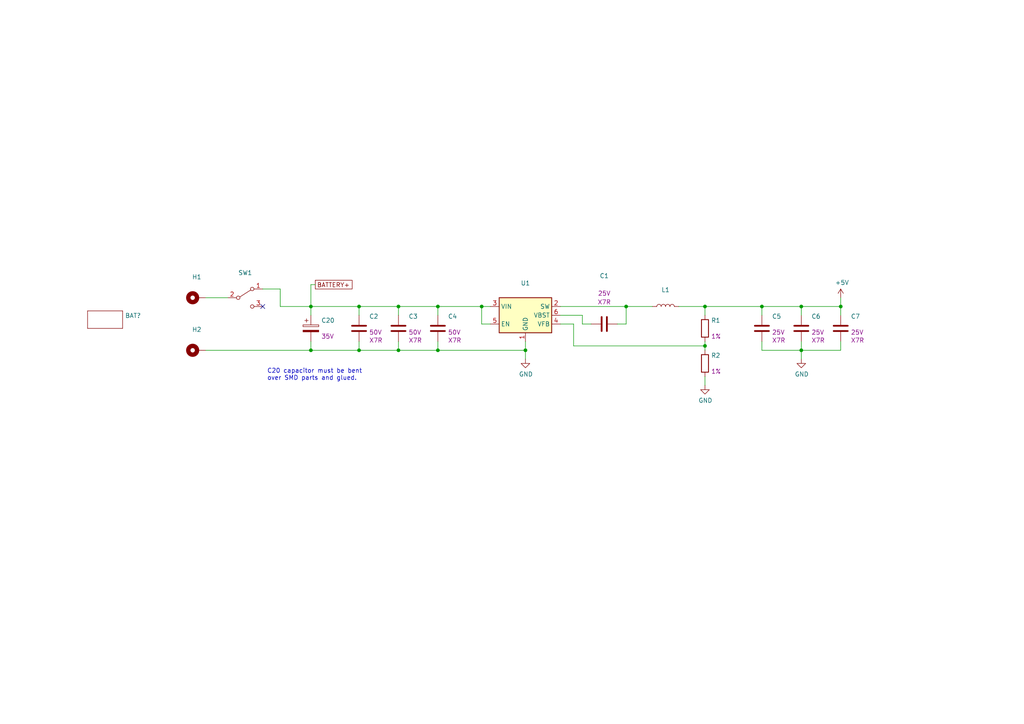
<source format=kicad_sch>
(kicad_sch (version 20211123) (generator eeschema)
  (paper "A4")
  (title_block (title "DC/DC power supply") (date "2021-02-05") (rev "1.1") (company "Cyclope robot by Adrien RICCIARDI"))
  (lib_symbols
    (symbol "Device:C" (pin_numbers hide) (pin_names (offset 0.254))
      (property "Reference" "C" (at 0.635 2.54 0))
      (property "Value" "C" (at 0.635 -2.54 0))
      (symbol "C_0_1"
        (polyline (pts (xy -2.032 -0.762) (xy 2.032 -0.762)) (stroke (width 0.508)))
        (polyline (pts (xy -2.032 0.762) (xy 2.032 0.762)) (stroke (width 0.508)))
      )
      (symbol "C_1_1"
        (pin passive line (at 0 3.81 270) (length 2.794) (name "~") (number "1"))
        (pin passive line (at 0 -3.81 90) (length 2.794) (name "~") (number "2"))
      )
    )
    (symbol "Device:C_Polarized" (pin_numbers hide) (pin_names (offset 0.254))
      (property "Reference" "C" (at 0.635 2.54 0))
      (property "Value" "C_Polarized" (at 0.635 -2.54 0))
      (symbol "C_Polarized_0_1"
        (rectangle (start -2.286 0.508) (end 2.286 1.016))
        (polyline (pts (xy -1.778 2.286) (xy -0.762 2.286)))
        (polyline (pts (xy -1.27 2.794) (xy -1.27 1.778)))
        (rectangle (start 2.286 -0.508) (end -2.286 -1.016) (fill (type outline)))
      )
      (symbol "C_Polarized_1_1"
        (pin passive line (at 0 3.81 270) (length 2.794) (name "~") (number "1"))
        (pin passive line (at 0 -3.81 90) (length 2.794) (name "~") (number "2"))
      )
    )
    (symbol "Device:L" (pin_numbers hide) (pin_names (offset 1.016) hide)
      (property "Reference" "L" (at -1.27 0 90))
      (property "Value" "L" (at 1.905 0 90))
      (symbol "L_0_1"
        (arc (start 0 -2.54) (mid 0.635 -1.905) (end 0 -1.27))
        (arc (start 0 -1.27) (mid 0.635 -0.635) (end 0 0))
        (arc (start 0 0) (mid 0.635 0.635) (end 0 1.27))
        (arc (start 0 1.27) (mid 0.635 1.905) (end 0 2.54))
      )
      (symbol "L_1_1"
        (pin passive line (at 0 3.81 270) (length 1.27) (name "1") (number "1"))
        (pin passive line (at 0 -3.81 90) (length 1.27) (name "2") (number "2"))
      )
    )
    (symbol "Device:R" (pin_numbers hide) (pin_names (offset 0))
      (property "Reference" "R" (at 2.032 0 90))
      (property "Value" "R" (at 0 0 90))
      (symbol "R_0_1"
        (rectangle (start -1.016 -2.54) (end 1.016 2.54) (stroke (width 0.254)))
      )
      (symbol "R_1_1"
        (pin passive line (at 0 3.81 270) (length 1.27) (name "~") (number "1"))
        (pin passive line (at 0 -3.81 90) (length 1.27) (name "~") (number "2"))
      )
    )
    (symbol "Mechanical:MountingHole_Pad" (pin_numbers hide) (pin_names (offset 1.016) hide)
      (property "Reference" "H" (at 0 6.35 0))
      (property "Value" "MountingHole_Pad" (at 0 4.445 0))
      (symbol "MountingHole_Pad_0_1"
        (circle (center 0 1.27) (radius 1.27) (stroke (width 1.27)))
      )
      (symbol "MountingHole_Pad_1_1"
        (pin input line (at 0 -2.54 90) (length 2.54) (name "1") (number "1"))
      )
    )
    (symbol "Regulator_Switching:TPS565208"
      (property "Reference" "U" (at -7.62 6.35 0))
      (property "Value" "TPS565208" (at -2.54 6.35 0))
      (symbol "TPS565208_0_1"
        (rectangle (start -7.62 5.08) (end 7.62 -5.08) (stroke (width 0.254)) (fill (type background)))
      )
      (symbol "TPS565208_1_1"
        (pin power_in line (at 0 -7.62 90) (length 2.54) (name "GND") (number "1"))
        (pin output line (at 10.16 2.54 180) (length 2.54) (name "SW") (number "2"))
        (pin power_in line (at -10.16 2.54 0) (length 2.54) (name "VIN") (number "3"))
        (pin input line (at 10.16 -2.54 180) (length 2.54) (name "VFB") (number "4"))
        (pin input line (at -10.16 -2.54 0) (length 2.54) (name "EN") (number "5"))
        (pin passive line (at 10.16 0 180) (length 2.54) (name "VBST") (number "6"))
      )
    )
    (symbol "Supply_Part:Supply_Part" (pin_names (offset 1.016))
      (property "Reference" "U" (at -5.08 5.08 0))
      (property "Value" "Supply_Part" (at 0 -5.08 0))
      (symbol "Supply_Part_0_1"
        (rectangle (start -5.08 2.54) (end -5.08 -2.54))
        (rectangle (start -5.08 2.54) (end 5.08 2.54))
        (rectangle (start 5.08 -2.54) (end -5.08 -2.54))
        (rectangle (start 5.08 -2.54) (end 5.08 2.54))
      )
    )
    (symbol "Switch:SW_SPDT" (pin_names (offset 0) hide)
      (property "Reference" "SW" (at 0 4.318 0))
      (property "Value" "SW_SPDT" (at 0 -5.08 0))
      (symbol "SW_SPDT_0_0"
        (circle (center -2.032 0) (radius 0.508))
        (circle (center 2.032 -2.54) (radius 0.508))
      )
      (symbol "SW_SPDT_0_1"
        (polyline (pts (xy -1.524 0.254) (xy 1.651 2.286)))
        (circle (center 2.032 2.54) (radius 0.508))
      )
      (symbol "SW_SPDT_1_1"
        (pin passive line (at 5.08 2.54 180) (length 2.54) (name "A") (number "1"))
        (pin passive line (at -5.08 0 0) (length 2.54) (name "B") (number "2"))
        (pin passive line (at 5.08 -2.54 180) (length 2.54) (name "C") (number "3"))
      )
    )
    (symbol "power:+5V" (power) (pin_names (offset 0))
      (property "Value" "+5V" (at 0 3.556 0))
      (symbol "+5V_0_1"
        (polyline (pts (xy -0.762 1.27) (xy 0 2.54)))
        (polyline (pts (xy 0 0) (xy 0 2.54)))
        (polyline (pts (xy 0 2.54) (xy 0.762 1.27)))
      )
      (symbol "+5V_1_1"
        (pin power_in line (at 0 0 90) (length 0) hide (name "+5V") (number "1"))
      )
    )
    (symbol "power:GND" (power) (pin_names (offset 0))
      (property "Value" "GND" (at 0 -3.81 0))
      (symbol "GND_0_1"
        (polyline (pts (xy 0 0) (xy 0 -1.27) (xy 1.27 -1.27) (xy 0 -2.54) (xy -1.27 -1.27) (xy 0 -1.27)))
      )
      (symbol "GND_1_1"
        (pin power_in line (at 0 0 270) (length 0) hide (name "GND") (number "1"))
      )
    )
  )
  (junction (at 232.41 88.9))
  (junction (at 104.14 101.6))
  (junction (at 204.47 100.33))
  (junction (at 204.47 88.9))
  (junction (at 220.98 88.9))
  (junction (at 104.14 88.9))
  (junction (at 181.61 88.9))
  (junction (at 139.7 88.9))
  (junction (at 152.4 101.6))
  (junction (at 232.41 101.6))
  (junction (at 127 101.6))
  (junction (at 243.84 88.9))
  (junction (at 127 88.9))
  (junction (at 90.17 88.9))
  (junction (at 115.57 88.9))
  (junction (at 90.17 101.6))
  (junction (at 115.57 101.6))
  (no_connect (at 76.2 88.9))
  (wire (pts (xy 243.84 88.9) (xy 243.84 86.36)))
  (wire (pts (xy 81.28 83.82) (xy 81.28 88.9)))
  (wire (pts (xy 139.7 93.98) (xy 142.24 93.98)))
  (wire (pts (xy 181.61 88.9) (xy 189.23 88.9)))
  (wire (pts (xy 127 101.6) (xy 127 99.06)))
  (wire (pts (xy 162.56 91.44) (xy 168.91 91.44)))
  (wire (pts (xy 232.41 88.9) (xy 232.41 91.44)))
  (wire (pts (xy 76.2 83.82) (xy 81.28 83.82)))
  (wire (pts (xy 204.47 111.76) (xy 204.47 109.22)))
  (wire (pts (xy 104.14 88.9) (xy 115.57 88.9)))
  (wire (pts (xy 181.61 93.98) (xy 181.61 88.9)))
  (wire (pts (xy 220.98 88.9) (xy 220.98 91.44)))
  (wire (pts (xy 59.69 101.6) (xy 90.17 101.6)))
  (wire (pts (xy 166.37 100.33) (xy 204.47 100.33)))
  (wire (pts (xy 204.47 88.9) (xy 220.98 88.9)))
  (wire (pts (xy 232.41 101.6) (xy 232.41 99.06)))
  (wire (pts (xy 127 88.9) (xy 139.7 88.9)))
  (wire (pts (xy 139.7 88.9) (xy 142.24 88.9)))
  (wire (pts (xy 91.44 82.55) (xy 90.17 82.55)))
  (wire (pts (xy 104.14 99.06) (xy 104.14 101.6)))
  (wire (pts (xy 243.84 101.6) (xy 243.84 99.06)))
  (wire (pts (xy 90.17 101.6) (xy 104.14 101.6)))
  (wire (pts (xy 204.47 88.9) (xy 204.47 91.44)))
  (wire (pts (xy 127 88.9) (xy 127 91.44)))
  (wire (pts (xy 220.98 88.9) (xy 232.41 88.9)))
  (wire (pts (xy 204.47 100.33) (xy 204.47 101.6)))
  (wire (pts (xy 196.85 88.9) (xy 204.47 88.9)))
  (wire (pts (xy 168.91 93.98) (xy 171.45 93.98)))
  (wire (pts (xy 168.91 91.44) (xy 168.91 93.98)))
  (wire (pts (xy 59.69 86.36) (xy 66.04 86.36)))
  (wire (pts (xy 166.37 93.98) (xy 166.37 100.33)))
  (wire (pts (xy 204.47 100.33) (xy 204.47 99.06)))
  (wire (pts (xy 115.57 101.6) (xy 115.57 99.06)))
  (wire (pts (xy 90.17 88.9) (xy 90.17 91.44)))
  (wire (pts (xy 115.57 88.9) (xy 115.57 91.44)))
  (wire (pts (xy 232.41 101.6) (xy 243.84 101.6)))
  (wire (pts (xy 90.17 99.06) (xy 90.17 101.6)))
  (wire (pts (xy 90.17 82.55) (xy 90.17 88.9)))
  (wire (pts (xy 152.4 104.14) (xy 152.4 101.6)))
  (wire (pts (xy 90.17 88.9) (xy 104.14 88.9)))
  (wire (pts (xy 162.56 88.9) (xy 181.61 88.9)))
  (wire (pts (xy 104.14 101.6) (xy 115.57 101.6)))
  (wire (pts (xy 127 101.6) (xy 152.4 101.6)))
  (wire (pts (xy 232.41 88.9) (xy 243.84 88.9)))
  (wire (pts (xy 104.14 88.9) (xy 104.14 91.44)))
  (wire (pts (xy 220.98 99.06) (xy 220.98 101.6)))
  (wire (pts (xy 232.41 104.14) (xy 232.41 101.6)))
  (wire (pts (xy 243.84 88.9) (xy 243.84 91.44)))
  (wire (pts (xy 220.98 101.6) (xy 232.41 101.6)))
  (wire (pts (xy 81.28 88.9) (xy 90.17 88.9)))
  (wire (pts (xy 179.07 93.98) (xy 181.61 93.98)))
  (wire (pts (xy 162.56 93.98) (xy 166.37 93.98)))
  (wire (pts (xy 115.57 88.9) (xy 127 88.9)))
  (wire (pts (xy 139.7 88.9) (xy 139.7 93.98)))
  (wire (pts (xy 115.57 101.6) (xy 127 101.6)))
  (wire (pts (xy 152.4 101.6) (xy 152.4 99.06)))
  (text "C20 capacitor must be bent\nover SMD parts and glued." (at 77.47 110.49 0) (effects (font (size 1.27 1.27)) (justify left bottom)))
  (global_label "BATTERY+" (shape passive) (at 91.44 82.55 0) (property "Références Inter-Feuilles" "${INTERSHEET_REFS}" (effects hide)))
  (symbol (lib_id "Regulator_Switching:TPS565208") (at 152.4 91.44 0) (unit 1)
    (property "Reference" "U1" (at 152.4 82.1182 0))
    (property "Datasheet" "http://www.ti.com/lit/ds/symlink/tps565208.pdf" (effects hide))
  )
  (symbol (lib_id "Device:L") (at 193.04 88.9 90) (unit 1)
    (property "Reference" "L1" (at 193.04 84.074 90))
    (property "Manufacturer" "Vishay-Dale" (effects hide))
  )
  (symbol (lib_id "Device:C") (at 175.26 93.98 270) (unit 1)
    (property "Reference" "C1" (at 175.26 80.01 90))
    (property "Value2" "25V" (at 175.26 85.09 90))
    (property "Value3" "X7R" (at 175.26 87.63 90))
  )
  (symbol (lib_id "Device:R") (at 204.47 95.25 0) (unit 1)
    (property "Reference" "R1" (at 206.248 92.9386 0) (effects (justify left)))
    (property "Value2" "1%" (at 206.248 97.5614 0) (effects (justify left)))
  )
  (symbol (lib_id "Device:R") (at 204.47 105.41 0) (unit 1)
    (property "Reference" "R2" (at 206.248 103.0986 0) (effects (justify left)))
    (property "Value2" "1%" (at 206.248 107.7214 0) (effects (justify left)))
  )
  (symbol (lib_id "Device:C") (at 127 95.25 180) (unit 1)
    (property "Reference" "C4" (at 129.921 91.7702 0) (effects (justify right)))
    (property "Value2" "50V" (at 129.921 96.393 0) (effects (justify right)))
    (property "Value3" "X7R" (at 129.921 98.7044 0) (effects (justify right)))
  )
  (symbol (lib_id "Device:C") (at 115.57 95.25 180) (unit 1)
    (property "Reference" "C3" (at 118.491 91.7702 0) (effects (justify right)))
    (property "Value2" "50V" (at 118.491 96.393 0) (effects (justify right)))
    (property "Value3" "X7R" (at 118.491 98.7044 0) (effects (justify right)))
  )
  (symbol (lib_id "Device:C") (at 104.14 95.25 180) (unit 1)
    (property "Reference" "C2" (at 107.061 91.7702 0) (effects (justify right)))
    (property "Value2" "50V" (at 107.061 96.393 0) (effects (justify right)))
    (property "Value3" "X7R" (at 107.061 98.7044 0) (effects (justify right)))
  )
  (symbol (lib_id "Device:C") (at 220.98 95.25 180) (unit 1)
    (property "Reference" "C5" (at 223.901 91.7702 0) (effects (justify right)))
    (property "Value2" "25V" (at 223.901 96.393 0) (effects (justify right)))
    (property "Value3" "X7R" (at 223.901 98.7044 0) (effects (justify right)))
  )
  (symbol (lib_id "Device:C") (at 232.41 95.25 180) (unit 1)
    (property "Reference" "C6" (at 235.331 91.7702 0) (effects (justify right)))
    (property "Value2" "25V" (at 235.331 96.393 0) (effects (justify right)))
    (property "Value3" "X7R" (at 235.331 98.7044 0) (effects (justify right)))
  )
  (symbol (lib_id "Device:C") (at 243.84 95.25 180) (unit 1)
    (property "Reference" "C7" (at 246.761 91.7702 0) (effects (justify right)))
    (property "Value2" "25V" (at 246.761 96.393 0) (effects (justify right)))
    (property "Value3" "X7R" (at 246.761 98.7044 0) (effects (justify right)))
  )
  (symbol (lib_id "Mechanical:MountingHole_Pad") (at 57.15 101.6 90) (unit 1)
    (property "Reference" "H2" (at 57.0738 95.5802 90))
    (property "Populate" "DNP" (effects hide))
  )
  (symbol (lib_id "Mechanical:MountingHole_Pad") (at 57.15 86.36 90) (unit 1)
    (property "Reference" "H1" (at 57.0738 80.3402 90))
    (property "Populate" "DNP" (effects hide))
  )
  (symbol (lib_id "power:GND") (at 152.4 104.14 0) (unit 1)
    (property "Reference" "#PWR02" (effects hide))
  )
  (symbol (lib_id "power:+5V") (at 243.84 86.36 0) (unit 1)
    (property "Reference" "#PWR01" (effects hide))
  )
  (symbol (lib_id "power:GND") (at 232.41 104.14 0) (unit 1)
    (property "Reference" "#PWR03" (effects hide))
  )
  (symbol (lib_id "power:GND") (at 204.47 111.76 0) (unit 1)
    (property "Reference" "#PWR04" (effects hide))
  )
  (symbol (lib_id "Switch:SW_SPDT") (at 71.12 86.36 0) (unit 1)
    (property "Reference" "SW1" (at 71.12 79.121 0))
  )
  (symbol (lib_id "Supply_Part:Supply_Part") (at 30.48 92.71 0) (unit 1)
    (property "Reference" "BAT?" (at 36.2712 91.5416 0) (effects (justify left)))
    (property "Manufacturer" "MULTICOMP_PRO" (effects hide))
    (property "Value2" "Battery_Holder" (effects hide))
  )
  (symbol (lib_id "Device:C_Polarized") (at 90.17 95.25 0) (unit 1)
    (property "Reference" "C20" (at 93.1672 92.9386 0) (effects (justify left)))
    (property "Value2" "35V" (at 93.1672 97.5614 0) (effects (justify left)))
    (property "Value3" "MCKSK035M472J32S" (effects hide))
  )
)
</source>
